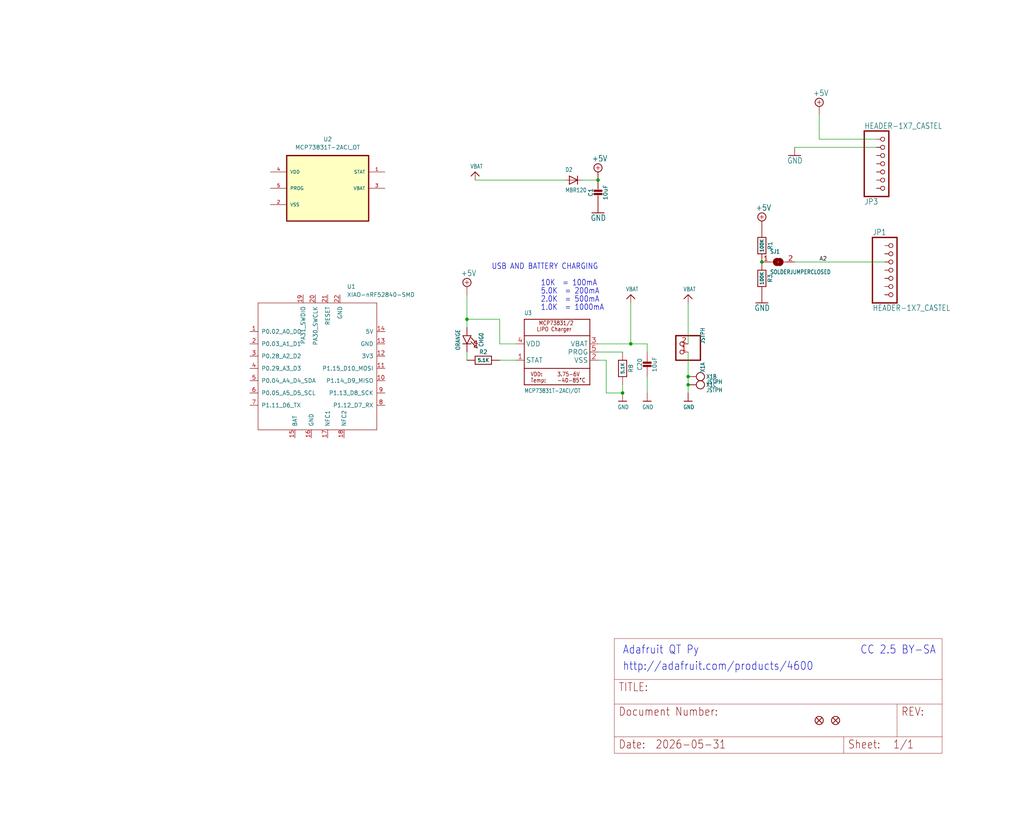
<source format=kicad_sch>
(kicad_sch (version 20250114) (generator "eeschema") (generator_version "9.0")
  (paper "User" 317.5 254.127)
  (lib_symbols
    (symbol "Adafruit LIPoly Charger BFF rev C-eagle-import:+5V" (power)
      (symbol "+5V_1_0"
        (polyline (pts (xy -0.635 1.27) (xy 0.635 1.27)) (stroke (width 0.1524)))
        (circle (center 0 1.27) (radius 1.27) (stroke (width 0.254)))
        (polyline (pts (xy 0 0.635) (xy 0 1.905)) (stroke (width 0.1524)))
        (pin power_in line (at 0 -2.54 90) (length 2.54) (name "+5V") (number "1"))
      )
    )
    (symbol "Adafruit LIPoly Charger BFF rev C-eagle-import:CAP_CERAMIC0805-NOOUTLINE"
      (property "Reference" "C" (at -2.29 1.25 90))
      (symbol "CAP_CERAMIC0805-NOOUTLINE_1_0"
        (rectangle (start -1.27 1.524) (end 1.27 2.032) (fill (type outline)))
        (rectangle (start -1.27 0.508) (end 1.27 1.016) (fill (type outline)))
        (polyline (pts (xy 0 2.54) (xy 0 1.778)) (stroke (width 0.1524)))
        (polyline (pts (xy 0 0.762) (xy 0 0)) (stroke (width 0.1524)))
        (pin passive line (at 0 5.08 270) (length 2.54) (name "1") (number "1"))
        (pin passive line (at 0 -2.54 90) (length 2.54) (name "2") (number "2"))
      )
    )
    (symbol "Adafruit LIPoly Charger BFF rev C-eagle-import:CON_JST_PH_2PIN_MT_BATT"
      (property "Reference" "X" (at 0 5.588 90))
      (symbol "CON_JST_PH_2PIN_MT_BATT_1_0"
        (polyline (pts (xy -6.35 5.08) (xy -6.35 -2.54)) (stroke (width 0.4064)))
        (polyline (pts (xy -6.35 -2.54) (xy 1.27 -2.54)) (stroke (width 0.4064)))
        (polyline (pts (xy 1.27 5.08) (xy -6.35 5.08)) (stroke (width 0.4064)))
        (polyline (pts (xy 1.27 -2.54) (xy 1.27 5.08)) (stroke (width 0.4064)))
        (pin passive inverted (at -2.54 2.54 0) (length 2.54) (name "1") (number "1"))
        (pin passive inverted (at -2.54 0 0) (length 2.54) (name "2") (number "2"))
      )
      (symbol "CON_JST_PH_2PIN_MT_BATT_2_0"
        (circle (center 0 3.81) (radius 1.27) (stroke (width 0.254)))
        (pin bidirectional line (at 0 0 90) (length 2.54) (name "P$1") (number "NC1"))
      )
      (symbol "CON_JST_PH_2PIN_MT_BATT_3_0"
        (circle (center 0 3.81) (radius 1.27) (stroke (width 0.254)))
        (pin bidirectional line (at 0 0 90) (length 2.54) (name "P$1") (number "NC2"))
      )
    )
    (symbol "Adafruit LIPoly Charger BFF rev C-eagle-import:DIODE_SOD-123FL"
      (property "Reference" "D" (at -2.54 2.54 0))
      (symbol "DIODE_SOD-123FL_1_0"
        (polyline (pts (xy -1.27 1.27) (xy -1.27 -1.27)) (stroke (width 0.254)))
        (polyline (pts (xy -1.27 -1.27) (xy 1.27 0)) (stroke (width 0.254)))
        (polyline (pts (xy 1.27 1.27) (xy 1.27 0)) (stroke (width 0.254)))
        (polyline (pts (xy 1.27 0) (xy -1.27 1.27)) (stroke (width 0.254)))
        (polyline (pts (xy 1.27 0) (xy 1.27 -1.27)) (stroke (width 0.254)))
        (pin passive line (at -2.54 0 0) (length 2.54) (name "A") (number "A"))
        (pin passive line (at 2.54 0 180) (length 2.54) (name "C") (number "C"))
      )
    )
    (symbol "Adafruit LIPoly Charger BFF rev C-eagle-import:FIDUCIAL_0.5MM"
      (symbol "FIDUCIAL_0.5MM_1_0"
        (polyline (pts (xy -0.762 0.762) (xy 0.762 -0.762)) (stroke (width 0.254)))
        (circle (center 0 0) (radius 1.27) (stroke (width 0.254)))
        (polyline (pts (xy 0.762 0.762) (xy -0.762 -0.762)) (stroke (width 0.254)))
      )
    )
    (symbol "Adafruit LIPoly Charger BFF rev C-eagle-import:FRAME_A_L"
      (symbol "FRAME_A_L_1_0"
        (polyline (pts (xy 0 215.9) (xy 279.4 215.9) (xy 279.4 0) (xy 0 0) (xy 0 215.9)))
        (polyline (pts (xy 0 172.72) (xy 3.81 172.72)))
        (polyline (pts (xy 0 129.54) (xy 3.81 129.54)))
        (polyline (pts (xy 0 86.36) (xy 3.81 86.36)))
        (polyline (pts (xy 0 43.18) (xy 3.81 43.18)))
        (polyline (pts (xy 3.81 212.09) (xy 3.81 3.81)))
        (polyline (pts (xy 46.5667 215.9) (xy 46.5667 212.09)))
        (polyline (pts (xy 93.1333 215.9) (xy 93.1333 212.09)))
        (polyline (pts (xy 139.7 215.9) (xy 139.7 212.09)))
        (polyline (pts (xy 186.2667 215.9) (xy 186.2667 212.09)))
        (polyline (pts (xy 232.8333 215.9) (xy 232.8333 212.09)))
        (polyline (pts (xy 275.59 212.09) (xy 3.81 212.09)))
        (polyline (pts (xy 275.59 212.09) (xy 275.59 3.81)))
        (polyline (pts (xy 275.59 172.72) (xy 279.4 172.72)))
        (polyline (pts (xy 275.59 129.54) (xy 279.4 129.54)))
        (polyline (pts (xy 275.59 86.36) (xy 279.4 86.36)))
        (polyline (pts (xy 275.59 43.18) (xy 279.4 43.18)))
        (text "A" (at 1.905 194.31 0) (effects (font (size 2.54 2.286))))
        (text "B" (at 1.905 151.13 0) (effects (font (size 2.54 2.286))))
        (text "C" (at 1.905 107.95 0) (effects (font (size 2.54 2.286))))
        (text "D" (at 1.905 64.77 0) (effects (font (size 2.54 2.286))))
        (text "E" (at 1.905 21.59 0) (effects (font (size 2.54 2.286))))
        (text "1" (at 23.2833 213.995 0) (effects (font (size 2.54 2.286))))
        (text "2" (at 69.85 213.995 0) (effects (font (size 2.54 2.286))))
        (text "3" (at 116.4167 213.995 0) (effects (font (size 2.54 2.286))))
        (text "4" (at 162.9833 213.995 0) (effects (font (size 2.54 2.286))))
        (text "5" (at 209.55 213.995 0) (effects (font (size 2.54 2.286))))
        (text "6" (at 256.1167 213.995 0) (effects (font (size 2.54 2.286))))
        (text "A" (at 277.495 194.31 0) (effects (font (size 2.54 2.286))))
        (text "B" (at 277.495 151.13 0) (effects (font (size 2.54 2.286))))
        (text "C" (at 277.495 107.95 0) (effects (font (size 2.54 2.286))))
        (text "D" (at 277.495 64.77 0) (effects (font (size 2.54 2.286))))
        (text "E" (at 277.495 21.59 0) (effects (font (size 2.54 2.286))))
      )
      (symbol "FRAME_A_L_2_0"
        (polyline (pts (xy 0 22.86) (xy 0 35.56)) (stroke (width 0.1016)))
        (polyline (pts (xy 0 22.86) (xy 101.6 22.86)) (stroke (width 0.1016)))
        (polyline (pts (xy 0 15.24) (xy 0 22.86)) (stroke (width 0.1016)))
        (polyline (pts (xy 0 5.08) (xy 0 15.24)) (stroke (width 0.1016)))
        (polyline (pts (xy 0 5.08) (xy 71.12 5.08)) (stroke (width 0.1016)))
        (polyline (pts (xy 0 0) (xy 0 5.08)) (stroke (width 0.1016)))
        (polyline (pts (xy 0 0) (xy 71.12 0)) (stroke (width 0.1016)))
        (polyline (pts (xy 71.12 5.08) (xy 71.12 0)) (stroke (width 0.1016)))
        (polyline (pts (xy 71.12 5.08) (xy 87.63 5.08)) (stroke (width 0.1016)))
        (polyline (pts (xy 71.12 0) (xy 101.6 0)) (stroke (width 0.1016)))
        (polyline (pts (xy 87.63 15.24) (xy 0 15.24)) (stroke (width 0.1016)))
        (polyline (pts (xy 87.63 15.24) (xy 87.63 5.08)) (stroke (width 0.1016)))
        (polyline (pts (xy 87.63 5.08) (xy 101.6 5.08)) (stroke (width 0.1016)))
        (polyline (pts (xy 101.6 35.56) (xy 0 35.56)) (stroke (width 0.1016)))
        (polyline (pts (xy 101.6 35.56) (xy 101.6 22.86)) (stroke (width 0.1016)))
        (polyline (pts (xy 101.6 22.86) (xy 101.6 15.24)) (stroke (width 0.1016)))
        (polyline (pts (xy 101.6 15.24) (xy 87.63 15.24)) (stroke (width 0.1016)))
        (polyline (pts (xy 101.6 15.24) (xy 101.6 5.08)) (stroke (width 0.1016)))
        (polyline (pts (xy 101.6 5.08) (xy 101.6 0)) (stroke (width 0.1016)))
        (text "TITLE:" (at 1.27 19.05 0) (effects (font (size 2.54 2.159)) (justify left bottom)))
        (text "Document Number:" (at 1.27 11.43 0) (effects (font (size 2.54 2.159)) (justify left bottom)))
        (text "Date:" (at 1.27 1.27 0) (effects (font (size 2.54 2.159)) (justify left bottom)))
        (text "${CURRENT_DATE}" (at 12.7 1.27 0) (effects (font (size 2.54 2.159)) (justify left bottom)))
        (text "${PROJECTNAME}" (at 17.78 19.05 0) (effects (font (size 2.54 2.159)) (justify left bottom)))
        (text "Sheet:" (at 72.39 1.27 0) (effects (font (size 2.54 2.159)) (justify left bottom)))
        (text "${#}/${##}" (at 86.36 1.27 0) (effects (font (size 2.54 2.159)) (justify left bottom)))
        (text "REV:" (at 88.9 11.43 0) (effects (font (size 2.54 2.159)) (justify left bottom)))
      )
    )
    (symbol "Adafruit LIPoly Charger BFF rev C-eagle-import:GND" (power)
      (symbol "GND_1_0"
        (polyline (pts (xy -1.27 0) (xy 1.27 0)) (stroke (width 0.254)))
        (pin power_in line (at 0 2.54 270) (length 2.54) (name "GND") (number "1"))
      )
    )
    (symbol "Adafruit LIPoly Charger BFF rev C-eagle-import:HEADER-1X7_CASTEL"
      (property "Reference" "JP" (at -6.35 10.795 0))
      (symbol "HEADER-1X7_CASTEL_1_0"
        (polyline (pts (xy -6.35 10.16) (xy -6.35 -10.16)) (stroke (width 0.4064)))
        (polyline (pts (xy -6.35 -10.16) (xy 1.27 -10.16)) (stroke (width 0.4064)))
        (polyline (pts (xy 1.27 10.16) (xy -6.35 10.16)) (stroke (width 0.4064)))
        (polyline (pts (xy 1.27 -10.16) (xy 1.27 10.16)) (stroke (width 0.4064)))
        (pin passive inverted (at -2.54 7.62 0) (length 2.54) (name "1") (number "1"))
        (pin passive inverted (at -2.54 7.62 0) (length 2.54) (name "1") (number "1C"))
        (pin passive inverted (at -2.54 5.08 0) (length 2.54) (name "2") (number "2"))
        (pin passive inverted (at -2.54 5.08 0) (length 2.54) (name "2") (number "2C"))
        (pin passive inverted (at -2.54 2.54 0) (length 2.54) (name "3") (number "3"))
        (pin passive inverted (at -2.54 2.54 0) (length 2.54) (name "3") (number "3C"))
        (pin passive inverted (at -2.54 0 0) (length 2.54) (name "4") (number "4"))
        (pin passive inverted (at -2.54 0 0) (length 2.54) (name "4") (number "4C"))
        (pin passive inverted (at -2.54 -2.54 0) (length 2.54) (name "5") (number "5"))
        (pin passive inverted (at -2.54 -2.54 0) (length 2.54) (name "5") (number "5C"))
        (pin passive inverted (at -2.54 -5.08 0) (length 2.54) (name "6") (number "6"))
        (pin passive inverted (at -2.54 -5.08 0) (length 2.54) (name "6") (number "6C"))
        (pin passive inverted (at -2.54 -7.62 0) (length 2.54) (name "7") (number "7"))
        (pin passive inverted (at -2.54 -7.62 0) (length 2.54) (name "7") (number "7C"))
      )
    )
    (symbol "Adafruit LIPoly Charger BFF rev C-eagle-import:LED0603_NOOUTLINE"
      (property "Reference" "D" (at -1.27 4.445 0))
      (symbol "LED0603_NOOUTLINE_1_0"
        (polyline (pts (xy -2.54 1.27) (xy -2.54 -1.27)) (stroke (width 0.254)))
        (polyline (pts (xy -2.54 -1.27) (xy 0 0)) (stroke (width 0.254)))
        (polyline (pts (xy -1.905 1.27) (xy -0.635 2.54)) (stroke (width 0.254)))
        (polyline (pts (xy -0.9525 2.8575) (xy -0.3175 2.2225)) (stroke (width 0.254)))
        (polyline (pts (xy -0.635 1.27) (xy 0.635 2.54)) (stroke (width 0.254)))
        (polyline (pts (xy -0.3175 2.2225) (xy 0 3.175)) (stroke (width 0.254)))
        (polyline (pts (xy 0 3.175) (xy -0.9525 2.8575)) (stroke (width 0.254)))
        (polyline (pts (xy 0 1.27) (xy 0 0)) (stroke (width 0.254)))
        (polyline (pts (xy 0 0) (xy -2.54 1.27)) (stroke (width 0.254)))
        (polyline (pts (xy 0 0) (xy 0 -1.27)) (stroke (width 0.254)))
        (polyline (pts (xy 0.3175 2.8575) (xy 0.9525 2.2225)) (stroke (width 0.254)))
        (polyline (pts (xy 0.9525 2.2225) (xy 1.27 3.175)) (stroke (width 0.254)))
        (polyline (pts (xy 1.27 3.175) (xy 0.3175 2.8575)) (stroke (width 0.254)))
        (pin passive line (at -5.08 0 0) (length 2.54) (name "A") (number "A"))
        (pin passive line (at 2.54 0 180) (length 2.54) (name "C") (number "C"))
      )
    )
    (symbol "Adafruit LIPoly Charger BFF rev C-eagle-import:MCP73831/2"
      (property "Reference" "U" (at -10.16 11.43 0))
      (symbol "MCP73831/2_1_0"
        (polyline (pts (xy -10.16 10.16) (xy -10.16 5.08)) (stroke (width 0.254)))
        (polyline (pts (xy -10.16 10.16) (xy 10.16 10.16)) (stroke (width 0.254)))
        (polyline (pts (xy -10.16 5.08) (xy 10.16 5.08)) (stroke (width 0.254)))
        (polyline (pts (xy -10.16 -5.08) (xy -10.16 5.08)) (stroke (width 0.254)))
        (polyline (pts (xy -10.16 -5.08) (xy -10.16 -10.16)) (stroke (width 0.254)))
        (polyline (pts (xy 10.16 10.16) (xy 10.16 5.08)) (stroke (width 0.254)))
        (polyline (pts (xy 10.16 5.08) (xy 10.16 -5.08)) (stroke (width 0.254)))
        (polyline (pts (xy 10.16 -5.08) (xy -10.16 -5.08)) (stroke (width 0.254)))
        (polyline (pts (xy 10.16 -5.08) (xy 10.16 -10.16)) (stroke (width 0.254)))
        (polyline (pts (xy 10.16 -10.16) (xy -10.16 -10.16)) (stroke (width 0.254)))
        (text "VDD:" (at -8.255 -7.62 0) (effects (font (size 1.27 1.0795)) (justify left bottom)))
        (text "Temp:" (at -8.255 -9.525 0) (effects (font (size 1.27 1.0795)) (justify left bottom)))
        (text "LIPO Charger" (at -6.35 6.35 0) (effects (font (size 1.27 1.0795)) (justify left bottom)))
        (text "MCP73831/2" (at -5.715 8.255 0) (effects (font (size 1.27 1.0795)) (justify left bottom)))
        (text "3.75-6V" (at 0 -7.62 0) (effects (font (size 1.27 1.0795)) (justify left bottom)))
        (text "-40-85°C" (at 0 -9.525 0) (effects (font (size 1.27 1.0795)) (justify left bottom)))
        (pin power_in line (at -12.7 2.54 0) (length 2.54) (name "VDD") (number "4"))
        (pin output line (at -12.7 -2.54 0) (length 2.54) (name "STAT") (number "1"))
        (pin power_in line (at 12.7 2.54 180) (length 2.54) (name "VBAT") (number "3"))
        (pin input line (at 12.7 0 180) (length 2.54) (name "PROG") (number "5"))
        (pin power_in line (at 12.7 -2.54 180) (length 2.54) (name "VSS") (number "2"))
      )
    )
    (symbol "Adafruit LIPoly Charger BFF rev C-eagle-import:RESISTOR_0603_NOOUT"
      (property "Reference" "R" (at 0 2.54 0))
      (symbol "RESISTOR_0603_NOOUT_1_0"
        (polyline (pts (xy -2.54 1.27) (xy 2.54 1.27)) (stroke (width 0.254)))
        (polyline (pts (xy -2.54 -1.27) (xy -2.54 1.27)) (stroke (width 0.254)))
        (polyline (pts (xy 2.54 1.27) (xy 2.54 -1.27)) (stroke (width 0.254)))
        (polyline (pts (xy 2.54 -1.27) (xy -2.54 -1.27)) (stroke (width 0.254)))
        (pin passive line (at -5.08 0 0) (length 2.54) (name "1") (number "1"))
        (pin passive line (at 5.08 0 180) (length 2.54) (name "2") (number "2"))
      )
    )
    (symbol "Adafruit LIPoly Charger BFF rev C-eagle-import:SOLDERJUMPERCLOSED"
      (property "Reference" "SJ" (at -2.54 2.54 0))
      (symbol "SOLDERJUMPERCLOSED_1_0"
        (polyline (pts (xy -2.54 0) (xy -1.651 0)) (stroke (width 0.1524)))
        (arc (start -0.381 -0.635) (mid -1.0159 0.0001) (end -0.3808 0.635) (stroke (width 1.27)))
        (arc (start 0.381 0.635) (mid 1.0159 -0.0001) (end 0.3808 -0.635) (stroke (width 1.27)))
        (polyline (pts (xy 2.54 0) (xy 1.651 0)) (stroke (width 0.1524)))
        (pin passive line (at -5.08 0 0) (length 2.54) (name "1") (number "1"))
        (pin passive line (at 5.08 0 180) (length 2.54) (name "2") (number "2"))
      )
    )
    (symbol "Adafruit LIPoly Charger BFF rev C-eagle-import:VBAT" (power)
      (symbol "VBAT_1_0"
        (polyline (pts (xy -1.27 -1.27) (xy 0 0)) (stroke (width 0.254)))
        (polyline (pts (xy 0 0) (xy 1.27 -1.27)) (stroke (width 0.254)))
        (pin power_in line (at 0 -2.54 90) (length 2.54) (name "VBAT") (number "1"))
      )
    )
    (symbol "Adafruit LIPoly Charger BFF rev C-eagle-import:supply1_371_GND" (power)
      (symbol "supply1_371_GND_1_0"
        (polyline (pts (xy -1.905 0) (xy 1.905 0)) (stroke (width 0.254)))
        (pin power_in line (at 0 2.54 270) (length 2.54) (name "GND") (number "1"))
      )
    )
    (symbol "MCP73831T-2ACI_OT:MCP73831T-2ACI_OT" (pin_names (offset 1.016))
      (property "Reference" "U" (at -4.1227 10.0778 0))
      (property "Value" "MCP73831T-2ACI_OT" (at -5.9526 -17.1963 0))
      (symbol "MCP73831T-2ACI_OT_0_0"
        (rectangle (start -12.7 -12.7) (end 12.7 7.62) (stroke (width 0.4064)) (fill (type background)))
        (pin power_in line (at -17.78 2.54 0) (length 5.08) (name "VDD") (number "4"))
        (pin input line (at -17.78 -2.54 0) (length 5.08) (name "PROG") (number "5"))
        (pin power_in line (at -17.78 -7.62 0) (length 5.08) (name "VSS") (number "2"))
        (pin output line (at 17.78 2.54 180) (length 5.08) (name "STAT") (number "1"))
        (pin output line (at 17.78 -2.54 180) (length 5.08) (name "VBAT") (number "3"))
      )
    )
    (symbol "Seeed_Studio_XIAO_Series:XIAO-nRF52840-SMD" (pin_names (offset 1.016))
      (property "Reference" "U" (at -18.542 23.114 0))
      (property "Value" "XIAO-nRF52840-SMD" (at -8.636 21.336 0))
      (symbol "XIAO-nRF52840-SMD_0_1"
        (rectangle (start -19.05 20.32) (end 17.78 -19.05))
      )
      (symbol "XIAO-nRF52840-SMD_1_1"
        (pin passive line (at -21.59 11.43 0) (length 2.54) (name "P0.02_A0_D0") (number "1"))
        (pin passive line (at -21.59 7.62 0) (length 2.54) (name "P0.03_A1_D1") (number "2"))
        (pin passive line (at -21.59 3.81 0) (length 2.54) (name "P0.28_A2_D2") (number "3"))
        (pin passive line (at -21.59 0 0) (length 2.54) (name "P0.29_A3_D3") (number "4"))
        (pin passive line (at -21.59 -3.81 0) (length 2.54) (name "P0.04_A4_D4_SDA") (number "5"))
        (pin passive line (at -21.59 -7.62 0) (length 2.54) (name "P0.05_A5_D5_SCL") (number "6"))
        (pin passive line (at -21.59 -11.43 0) (length 2.54) (name "P1.11_D6_TX") (number "7"))
        (pin passive line (at -7.62 -21.59 90) (length 2.54) (name "BAT") (number "15"))
        (pin passive line (at -5.08 22.86 270) (length 2.54) (name "PA31_SWDIO") (number "19"))
        (pin passive line (at -2.54 -21.59 90) (length 2.54) (name "GND") (number "16"))
        (pin passive line (at -1.27 22.86 270) (length 2.54) (name "PA30_SWCLK") (number "20"))
        (pin passive line (at 2.54 22.86 270) (length 2.54) (name "RESET") (number "21"))
        (pin passive line (at 2.54 -21.59 90) (length 2.54) (name "NFC1") (number "17"))
        (pin passive line (at 6.35 22.86 270) (length 2.54) (name "GND") (number "22"))
        (pin passive line (at 7.62 -21.59 90) (length 2.54) (name "NFC2") (number "18"))
        (pin passive line (at 20.32 11.43 180) (length 2.54) (name "5V") (number "14"))
        (pin passive line (at 20.32 7.62 180) (length 2.54) (name "GND") (number "13"))
        (pin passive line (at 20.32 3.81 180) (length 2.54) (name "3V3") (number "12"))
        (pin passive line (at 20.32 0 180) (length 2.54) (name "P1.15_D10_MOSI") (number "11"))
        (pin passive line (at 20.32 -3.81 180) (length 2.54) (name "P1.14_D9_MISO") (number "10"))
        (pin passive line (at 20.32 -7.62 180) (length 2.54) (name "P1.13_D8_SCK") (number "9"))
        (pin passive line (at 20.32 -11.43 180) (length 2.54) (name "P1.12_D7_RX") (number "8"))
      )
    )
  )
  (text "10K  = 100mA" (at 167.64 88.9 0) (effects (font (size 1.778 1.5113)) (justify left bottom)))
  (text "2.0K  = 500mA" (at 167.64 93.98 0) (effects (font (size 1.778 1.5113)) (justify left bottom)))
  (text "1.0K  = 1000mA" (at 167.64 96.52 0) (effects (font (size 1.778 1.5113)) (justify left bottom)))
  (text "CC 2.5 BY-SA" (at 266.7 203.2 0) (effects (font (size 2.54 2.159)) (justify left bottom)))
  (text "http://adafruit.com/products/4600" (at 193.04 208.28 0) (effects (font (size 2.54 2.159)) (justify left bottom)))
  (text "Adafruit QT Py" (at 193.04 203.2 0) (effects (font (size 2.54 2.159)) (justify left bottom)))
  (text "USB AND BATTERY CHARGING" (at 152.4 83.82 0) (effects (font (size 1.778 1.5113)) (justify left bottom)))
  (text "5.0K  = 200mA" (at 167.64 91.44 0) (effects (font (size 1.778 1.5113)) (justify left bottom)))
  (junction (at 195.58 106.68))
  (junction (at 213.36 119.38))
  (junction (at 213.36 116.84))
  (junction (at 144.78 99.06))
  (junction (at 185.42 55.88))
  (junction (at 236.22 81.28))
  (junction (at 193.04 121.92))
  (wire (pts (xy 195.58 106.68) (xy 185.42 106.68)) (stroke (width 0.1524)))
  (wire (pts (xy 187.96 111.76) (xy 187.96 121.92)) (stroke (width 0.1524)))
  (wire (pts (xy 185.42 109.22) (xy 193.04 109.22)) (stroke (width 0.1524)))
  (wire (pts (xy 154.94 111.76) (xy 160.02 111.76)) (stroke (width 0.1524)))
  (wire (pts (xy 274.32 81.28) (xy 246.38 81.28)) (stroke (width 0.1524)))
  (wire (pts (xy 144.78 101.6) (xy 144.78 99.06)) (stroke (width 0.1524)))
  (wire (pts (xy 154.94 99.06) (xy 154.94 106.68)) (stroke (width 0.1524)))
  (wire (pts (xy 254 43.18) (xy 254 35.56)) (stroke (width 0.1524)))
  (wire (pts (xy 213.36 121.92) (xy 213.36 119.38)) (stroke (width 0.1524)))
  (wire (pts (xy 213.36 119.38) (xy 213.36 116.84)) (stroke (width 0.1524)))
  (wire (pts (xy 200.66 116.84) (xy 200.66 121.92)) (stroke (width 0.1524)))
  (wire (pts (xy 187.96 121.92) (xy 193.04 121.92)) (stroke (width 0.1524)))
  (wire (pts (xy 200.66 106.68) (xy 195.58 106.68)) (stroke (width 0.1524)))
  (wire (pts (xy 154.94 106.68) (xy 160.02 106.68)) (stroke (width 0.1524)))
  (wire (pts (xy 147.32 55.88) (xy 175.26 55.88)) (stroke (width 0.1524)))
  (wire (pts (xy 200.66 109.22) (xy 200.66 106.68)) (stroke (width 0.1524)))
  (wire (pts (xy 185.42 111.76) (xy 187.96 111.76)) (stroke (width 0.1524)))
  (wire (pts (xy 144.78 109.22) (xy 144.78 111.76)) (stroke (width 0.1524)))
  (wire (pts (xy 213.36 116.84) (xy 213.36 109.22)) (stroke (width 0.1524)))
  (wire (pts (xy 144.78 99.06) (xy 154.94 99.06)) (stroke (width 0.1524)))
  (wire (pts (xy 195.58 93.98) (xy 195.58 106.68)) (stroke (width 0.1524)))
  (wire (pts (xy 193.04 119.38) (xy 193.04 121.92)) (stroke (width 0.1524)))
  (wire (pts (xy 213.36 93.98) (xy 213.36 106.68)) (stroke (width 0.1524)))
  (wire (pts (xy 271.78 43.18) (xy 254 43.18)) (stroke (width 0.1524)))
  (wire (pts (xy 144.78 91.44) (xy 144.78 99.06)) (stroke (width 0.1524)))
  (wire (pts (xy 180.34 55.88) (xy 185.42 55.88)) (stroke (width 0.1524)))
  (wire (pts (xy 271.78 45.72) (xy 246.38 45.72)) (stroke (width 0.1524)))
  (label "A2" (at 254 81.28 0) (effects (font (size 1.2446 1.2446))))
  (symbol (lib_id "Adafruit LIPoly Charger BFF rev C-eagle-import:CAP_CERAMIC0805-NOOUTLINE") (at 200.66 114.3 0) (unit 1)
    (property "Reference" "C20" (at 198.37 113.05 90))
    (property "Value" "10uF" (at 202.96 113.05 90))
    (property "Footprint" "Adafruit LIPoly Charger BFF rev C:0805-NO" (effects (hide yes)))
  )
  (symbol (lib_id "Adafruit LIPoly Charger BFF rev C-eagle-import:LED0603_NOOUTLINE") (at 144.78 106.68 270) (unit 1)
    (property "Reference" "CHG0" (at 149.225 105.41 0) (effects (font (size 1.27 1.0795))))
    (property "Value" "ORANGE" (at 141.986 105.41 0) (effects (font (size 1.27 1.0795))))
    (property "Footprint" "Adafruit LIPoly Charger BFF rev C:CHIPLED_0603_NOOUTLINE" (effects (hide yes)))
  )
  (symbol (lib_id "Adafruit LIPoly Charger BFF rev C-eagle-import:GND") (at 200.66 124.46 0) (unit 1)
    (property "Reference" "#U$33" (effects (hide yes)))
    (property "Value" "GND" (at 199.136 127 0) (effects (font (size 1.27 1.0795)) (justify left bottom)))
  )
  (symbol (lib_id "Adafruit LIPoly Charger BFF rev C-eagle-import:FRAME_A_L") (at 190.5 233.68 0) (unit 2)
    (property "Reference" "#FRAME1" (effects (hide yes)))
    (property "Value" "FRAME_A_L" (effects (hide yes)))
  )
  (symbol (lib_id "Adafruit LIPoly Charger BFF rev C-eagle-import:CON_JST_PH_2PIN_MT_BATT") (at 213.36 116.84 270) (unit 2)
    (property "Reference" "X1" (at 218.948 116.84 90) (effects (font (size 1.27 1.0795)) (justify left)))
    (property "Value" "JSTPH" (at 218.948 118.491 90) (effects (font (size 1.27 1.0795)) (justify left)))
    (property "Footprint" "Adafruit LIPoly Charger BFF rev C:JSTPH2_BATT" (effects (hide yes)))
  )
  (symbol (lib_id "Adafruit LIPoly Charger BFF rev C-eagle-import:GND") (at 193.04 124.46 0) (unit 1)
    (property "Reference" "#U$36" (effects (hide yes)))
    (property "Value" "GND" (at 191.516 127 0) (effects (font (size 1.27 1.0795)) (justify left bottom)))
  )
  (symbol (lib_id "Adafruit LIPoly Charger BFF rev C-eagle-import:RESISTOR_0603_NOOUT") (at 236.22 86.36 270) (unit 1)
    (property "Reference" "R3" (at 238.76 86.36 0))
    (property "Value" "100K" (at 236.22 86.36 0) (effects (font (size 1.016 1.016) (thickness 0.2032) (bold yes))))
    (property "Footprint" "Adafruit LIPoly Charger BFF rev C:0603-NO" (effects (hide yes)))
  )
  (symbol (lib_id "Adafruit LIPoly Charger BFF rev C-eagle-import:FIDUCIAL_0.5MM") (at 259.08 223.52 0) (unit 1)
    (property "Reference" "U$6" (effects (hide yes)))
    (property "Value" "FIDUCIAL_0.5MM" (effects (hide yes)))
    (property "Footprint" "Adafruit LIPoly Charger BFF rev C:FIDUCIAL_0.5MM" (effects (hide yes)))
  )
  (symbol (lib_id "Adafruit LIPoly Charger BFF rev C-eagle-import:RESISTOR_0603_NOOUT") (at 149.86 111.76 0) (unit 1)
    (property "Reference" "R2" (at 149.86 109.22 0))
    (property "Value" "5.1K" (at 149.86 111.76 0) (effects (font (size 1.016 1.016) (thickness 0.2032) (bold yes))))
    (property "Footprint" "Adafruit LIPoly Charger BFF rev C:0603-NO" (effects (hide yes)))
  )
  (symbol (lib_id "Adafruit LIPoly Charger BFF rev C-eagle-import:+5V") (at 236.22 68.58 0) (unit 1)
    (property "Reference" "#SUPPLY4" (effects (hide yes)))
    (property "Value" "+5V" (at 234.315 65.405 0) (effects (font (size 1.778 1.5113)) (justify left bottom)))
  )
  (symbol (lib_id "Adafruit LIPoly Charger BFF rev C-eagle-import:VBAT") (at 213.36 91.44 0) (unit 1)
    (property "Reference" "#U$16" (effects (hide yes)))
    (property "Value" "VBAT" (at 211.836 90.424 0) (effects (font (size 1.27 1.0795)) (justify left bottom)))
  )
  (symbol (lib_id "MCP73831T-2ACI_OT:MCP73831T-2ACI_OT") (at 101.6 55.88 0) (unit 1)
    (property "Reference" "U2" (at 101.6 43.18 0))
    (property "Value" "MCP73831T-2ACI_OT" (at 101.6 45.72 0))
    (property "Footprint" "MCP73831T-2ACI_OT:SOT95P280X145-5N" (effects (hide yes)))
    (property "MF" "Microchip" (effects (hide yes)))
    (property "Description_1" "TINY INTEGRATED LI-ION/LI-POLY CHARGE MGNT CONTROLLER, 4.2V VREG | Microchip Technology Inc. MCP73831T-2ACI/OT" (effects (hide yes)))
    (property "PACKAGE" "SOT-5" (effects (hide yes)))
    (property "MPN" "MCP73831T-2ACI/OT" (effects (hide yes)))
    (property "Price" "None" (effects (hide yes)))
    (property "Package" "SOT-23 Microchip" (effects (hide yes)))
    (property "OC_FARNELL" "1332158" (effects (hide yes)))
    (property "SnapEDA_Link" "https://www.snapeda.com/parts/MCP73831T-2ACI/OT/Microchip+Technology/view-part/?ref=snap" (effects (hide yes)))
    (property "MP" "MCP73831T-2ACI/OT" (effects (hide yes)))
    (property "Purchase-URL" "https://www.snapeda.com/api/url_track_click_mouser/?unipart_id=53208&manufacturer=Microchip&part_name=MCP73831T-2ACI/OT&search_term=None" (effects (hide yes)))
    (property "SUPPLIER" "Microchip" (effects (hide yes)))
    (property "OC_NEWARK" "56K7045" (effects (hide yes)))
    (property "Availability" "In Stock" (effects (hide yes)))
    (property "Check_prices" "https://www.snapeda.com/parts/MCP73831T-2ACI/OT/Microchip+Technology/view-part/?ref=eda" (effects (hide yes)))
  )
  (symbol (lib_id "Adafruit LIPoly Charger BFF rev C-eagle-import:CAP_CERAMIC0805-NOOUTLINE") (at 185.42 60.96 0) (unit 1)
    (property "Reference" "C1" (at 183.13 59.71 90))
    (property "Value" "10uF" (at 187.72 59.71 90))
    (property "Footprint" "Adafruit LIPoly Charger BFF rev C:0805-NO" (effects (hide yes)))
  )
  (symbol (lib_id "Adafruit LIPoly Charger BFF rev C-eagle-import:DIODE_SOD-123FL") (at 177.8 55.88 0) (unit 1)
    (property "Reference" "D2" (at 175.26 53.34 0) (effects (font (size 1.27 1.0795)) (justify left bottom)))
    (property "Value" "MBR120" (at 175.26 59.69 0) (effects (font (size 1.27 1.0795)) (justify left bottom)))
    (property "Footprint" "Adafruit LIPoly Charger BFF rev C:SOD-123FL" (effects (hide yes)))
  )
  (symbol (lib_id "Adafruit LIPoly Charger BFF rev C-eagle-import:+5V") (at 185.42 53.34 0) (unit 1)
    (property "Reference" "#SUPPLY2" (effects (hide yes)))
    (property "Value" "+5V" (at 183.515 50.165 0) (effects (font (size 1.778 1.5113)) (justify left bottom)))
  )
  (symbol (lib_id "Adafruit LIPoly Charger BFF rev C-eagle-import:RESISTOR_0603_NOOUT") (at 236.22 76.2 270) (unit 1)
    (property "Reference" "R1" (at 238.76 76.2 0))
    (property "Value" "100K" (at 236.22 76.2 0) (effects (font (size 1.016 1.016) (thickness 0.2032) (bold yes))))
    (property "Footprint" "Adafruit LIPoly Charger BFF rev C:0603-NO" (effects (hide yes)))
  )
  (symbol (lib_id "Adafruit LIPoly Charger BFF rev C-eagle-import:FIDUCIAL_0.5MM") (at 254 223.52 0) (unit 1)
    (property "Reference" "U$8" (effects (hide yes)))
    (property "Value" "FIDUCIAL_0.5MM" (effects (hide yes)))
    (property "Footprint" "Adafruit LIPoly Charger BFF rev C:FIDUCIAL_0.5MM" (effects (hide yes)))
  )
  (symbol (lib_id "Adafruit LIPoly Charger BFF rev C-eagle-import:RESISTOR_0603_NOOUT") (at 193.04 114.3 270) (unit 1)
    (property "Reference" "R8" (at 195.58 114.3 0))
    (property "Value" "5.1K" (at 193.04 114.3 0) (effects (font (size 1.016 1.016) (thickness 0.2032) (bold yes))))
    (property "Footprint" "Adafruit LIPoly Charger BFF rev C:0603-NO" (effects (hide yes)))
  )
  (symbol (lib_id "Adafruit LIPoly Charger BFF rev C-eagle-import:SOLDERJUMPERCLOSED") (at 241.3 81.28 0) (unit 1)
    (property "Reference" "SJ1" (at 238.76 78.74 0) (effects (font (size 1.27 1.0795)) (justify left bottom)))
    (property "Value" "SOLDERJUMPERCLOSED" (at 238.76 85.09 0) (effects (font (size 1.27 1.0795)) (justify left bottom)))
    (property "Footprint" "Adafruit LIPoly Charger BFF rev C:SOLDERJUMPER_CLOSEDWIRE" (effects (hide yes)))
  )
  (symbol (lib_id "Adafruit LIPoly Charger BFF rev C-eagle-import:CON_JST_PH_2PIN_MT_BATT") (at 213.36 119.38 270) (unit 3)
    (property "Reference" "X1" (at 218.948 119.38 90) (effects (font (size 1.27 1.0795)) (justify left)))
    (property "Value" "JSTPH" (at 218.948 121.031 90) (effects (font (size 1.27 1.0795)) (justify left)))
    (property "Footprint" "Adafruit LIPoly Charger BFF rev C:JSTPH2_BATT" (effects (hide yes)))
  )
  (symbol (lib_id "Adafruit LIPoly Charger BFF rev C-eagle-import:+5V") (at 144.78 88.9 0) (unit 1)
    (property "Reference" "#SUPPLY1" (effects (hide yes)))
    (property "Value" "+5V" (at 142.875 85.725 0) (effects (font (size 1.778 1.5113)) (justify left bottom)))
  )
  (symbol (lib_id "Adafruit LIPoly Charger BFF rev C-eagle-import:HEADER-1X7_CASTEL") (at 274.32 50.8 0) (mirror x) (unit 1)
    (property "Reference" "JP3" (at 267.97 61.595 0) (effects (font (size 1.778 1.5113)) (justify left bottom)))
    (property "Value" "HEADER-1X7_CASTEL" (at 267.97 38.1 0) (effects (font (size 1.778 1.5113)) (justify left bottom)))
    (property "Footprint" "Adafruit LIPoly Charger BFF rev C:1X07_CASTEL" (effects (hide yes)))
  )
  (symbol (lib_id "Adafruit LIPoly Charger BFF rev C-eagle-import:supply1_371_GND") (at 246.38 48.26 0) (mirror y) (unit 1)
    (property "Reference" "#GND2" (effects (hide yes)))
    (property "Value" "GND" (at 248.92 50.8 0) (effects (font (size 1.778 1.5113)) (justify left bottom)))
  )
  (symbol (lib_id "Adafruit LIPoly Charger BFF rev C-eagle-import:supply1_371_GND") (at 185.42 66.04 0) (mirror y) (unit 1)
    (property "Reference" "#GND1" (effects (hide yes)))
    (property "Value" "GND" (at 187.96 68.58 0) (effects (font (size 1.778 1.5113)) (justify left bottom)))
  )
  (symbol (lib_id "Seeed_Studio_XIAO_Series:XIAO-nRF52840-SMD") (at 99.06 114.3 0) (unit 1)
    (property "Reference" "U1" (at 107.5533 88.9 0) (effects (justify left)))
    (property "Value" "XIAO-nRF52840-SMD" (at 107.5533 91.44 0) (effects (justify left)))
  )
  (symbol (lib_id "Adafruit LIPoly Charger BFF rev C-eagle-import:supply1_371_GND") (at 236.22 93.98 0) (mirror y) (unit 1)
    (property "Reference" "#GND3" (effects (hide yes)))
    (property "Value" "GND" (at 238.76 96.52 0) (effects (font (size 1.778 1.5113)) (justify left bottom)))
  )
  (symbol (lib_id "Adafruit LIPoly Charger BFF rev C-eagle-import:CON_JST_PH_2PIN_MT_BATT") (at 210.82 106.68 180) (unit 1)
    (property "Reference" "X1" (at 217.17 112.395 90) (effects (font (size 1.27 1.0795)) (justify left bottom)))
    (property "Value" "JSTPH" (at 217.17 101.6 90) (effects (font (size 1.27 1.0795)) (justify left bottom)))
    (property "Footprint" "Adafruit LIPoly Charger BFF rev C:JSTPH2_BATT" (effects (hide yes)))
  )
  (symbol (lib_id "Adafruit LIPoly Charger BFF rev C-eagle-import:GND") (at 213.36 124.46 0) (unit 1)
    (property "Reference" "#U$22" (effects (hide yes)))
    (property "Value" "GND" (at 211.836 127 0) (effects (font (size 1.27 1.0795)) (justify left bottom)))
  )
  (symbol (lib_id "Adafruit LIPoly Charger BFF rev C-eagle-import:+5V") (at 254 33.02 0) (unit 1)
    (property "Reference" "#SUPPLY3" (effects (hide yes)))
    (property "Value" "+5V" (at 252.095 29.845 0) (effects (font (size 1.778 1.5113)) (justify left bottom)))
  )
  (symbol (lib_id "Adafruit LIPoly Charger BFF rev C-eagle-import:VBAT") (at 147.32 53.34 0) (unit 1)
    (property "Reference" "#U$1" (effects (hide yes)))
    (property "Value" "VBAT" (at 145.796 52.324 0) (effects (font (size 1.27 1.0795)) (justify left bottom)))
  )
  (symbol (lib_id "Adafruit LIPoly Charger BFF rev C-eagle-import:VBAT") (at 195.58 91.44 0) (unit 1)
    (property "Reference" "#U$39" (effects (hide yes)))
    (property "Value" "VBAT" (at 194.056 90.424 0) (effects (font (size 1.27 1.0795)) (justify left bottom)))
  )
  (symbol (lib_id "Adafruit LIPoly Charger BFF rev C-eagle-import:HEADER-1X7_CASTEL") (at 276.86 83.82 0) (unit 1)
    (property "Reference" "JP1" (at 270.51 73.025 0) (effects (font (size 1.778 1.5113)) (justify left bottom)))
    (property "Value" "HEADER-1X7_CASTEL" (at 270.51 96.52 0) (effects (font (size 1.778 1.5113)) (justify left bottom)))
    (property "Footprint" "Adafruit LIPoly Charger BFF rev C:1X07_CASTEL" (effects (hide yes)))
  )
  (symbol (lib_id "Adafruit LIPoly Charger BFF rev C-eagle-import:MCP73831/2") (at 172.72 109.22 0) (unit 1)
    (property "Reference" "U3" (at 162.56 97.79 0) (effects (font (size 1.27 1.0795)) (justify left bottom)))
    (property "Value" "MCP73831T-2ACI/OT" (at 162.56 121.92 0) (effects (font (size 1.27 1.0795)) (justify left bottom)))
    (property "Footprint" "Adafruit LIPoly Charger BFF rev C:SOT23-5" (effects (hide yes)))
  )
)
</source>
